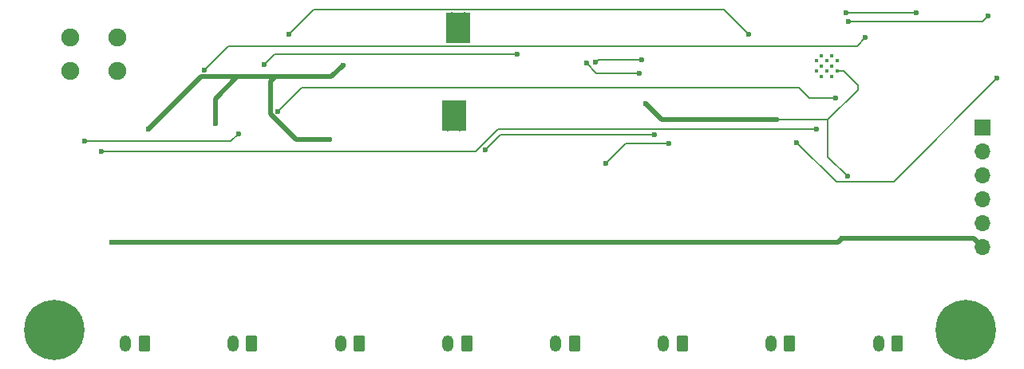
<source format=gbr>
%TF.GenerationSoftware,KiCad,Pcbnew,9.0.0*%
%TF.CreationDate,2025-05-08T09:04:40-05:00*%
%TF.ProjectId,driver-board,64726976-6572-42d6-926f-6172642e6b69,rev?*%
%TF.SameCoordinates,Original*%
%TF.FileFunction,Copper,L2,Bot*%
%TF.FilePolarity,Positive*%
%FSLAX46Y46*%
G04 Gerber Fmt 4.6, Leading zero omitted, Abs format (unit mm)*
G04 Created by KiCad (PCBNEW 9.0.0) date 2025-05-08 09:04:40*
%MOMM*%
%LPD*%
G01*
G04 APERTURE LIST*
G04 Aperture macros list*
%AMRoundRect*
0 Rectangle with rounded corners*
0 $1 Rounding radius*
0 $2 $3 $4 $5 $6 $7 $8 $9 X,Y pos of 4 corners*
0 Add a 4 corners polygon primitive as box body*
4,1,4,$2,$3,$4,$5,$6,$7,$8,$9,$2,$3,0*
0 Add four circle primitives for the rounded corners*
1,1,$1+$1,$2,$3*
1,1,$1+$1,$4,$5*
1,1,$1+$1,$6,$7*
1,1,$1+$1,$8,$9*
0 Add four rect primitives between the rounded corners*
20,1,$1+$1,$2,$3,$4,$5,0*
20,1,$1+$1,$4,$5,$6,$7,0*
20,1,$1+$1,$6,$7,$8,$9,0*
20,1,$1+$1,$8,$9,$2,$3,0*%
G04 Aperture macros list end*
%TA.AperFunction,ComponentPad*%
%ADD10C,0.400000*%
%TD*%
%TA.AperFunction,ComponentPad*%
%ADD11C,6.400000*%
%TD*%
%TA.AperFunction,ComponentPad*%
%ADD12C,1.900000*%
%TD*%
%TA.AperFunction,ComponentPad*%
%ADD13C,0.630000*%
%TD*%
%TA.AperFunction,SMDPad,CuDef*%
%ADD14R,2.600000X3.300000*%
%TD*%
%TA.AperFunction,ComponentPad*%
%ADD15R,1.700000X1.700000*%
%TD*%
%TA.AperFunction,ComponentPad*%
%ADD16O,1.700000X1.700000*%
%TD*%
%TA.AperFunction,ComponentPad*%
%ADD17O,1.200000X1.750000*%
%TD*%
%TA.AperFunction,ComponentPad*%
%ADD18RoundRect,0.250000X0.350000X0.625000X-0.350000X0.625000X-0.350000X-0.625000X0.350000X-0.625000X0*%
%TD*%
%TA.AperFunction,ViaPad*%
%ADD19C,0.600000*%
%TD*%
%TA.AperFunction,Conductor*%
%ADD20C,0.200000*%
%TD*%
%TA.AperFunction,Conductor*%
%ADD21C,0.500000*%
%TD*%
G04 APERTURE END LIST*
D10*
%TO.P,U4,28,GND*%
%TO.N,GND*%
X148760000Y-88200000D03*
%TO.P,U4,29,GND*%
X149860000Y-88200000D03*
%TO.P,U4,30,GND*%
X148210000Y-88750000D03*
%TO.P,U4,31,GND*%
X149310000Y-88750000D03*
%TO.P,U4,32,GND*%
X150410000Y-88750000D03*
%TO.P,U4,33,GND*%
X148760000Y-89300000D03*
%TO.P,U4,34,GND*%
X149860000Y-89300000D03*
%TO.P,U4,35,GND*%
X148210000Y-89850000D03*
%TO.P,U4,36,GND*%
X149310000Y-89850000D03*
%TO.P,U4,37,GND*%
X150410000Y-89850000D03*
%TO.P,U4,38,GND*%
X148760000Y-90400000D03*
%TO.P,U4,39,GND*%
X149860000Y-90400000D03*
%TD*%
D11*
%TO.P,H2,1,1*%
%TO.N,GND*%
X164100000Y-117350000D03*
%TD*%
%TO.P,H1,1,1*%
%TO.N,GND*%
X67400000Y-117350000D03*
%TD*%
D12*
%TO.P,J11,1,Pin_1*%
%TO.N,Net-(J11-Pin_1)*%
X69100000Y-89800000D03*
%TO.P,J11,2,Pin_2*%
X74100000Y-89800000D03*
%TO.P,J11,3,Pin_3*%
%TO.N,GND*%
X69100000Y-86300000D03*
%TO.P,J11,4,Pin_4*%
X74100000Y-86300000D03*
%TD*%
D13*
%TO.P,U3,9,PAD*%
%TO.N,GND*%
X109100000Y-93300000D03*
X109100000Y-94600000D03*
X109100000Y-95900000D03*
D14*
X109750000Y-94600000D03*
D13*
X110400000Y-93300000D03*
X110400000Y-94600000D03*
X110400000Y-95900000D03*
%TD*%
%TO.P,U2,9,PAD*%
%TO.N,GND*%
X109575000Y-83935000D03*
X109575000Y-85235000D03*
X109575000Y-86535000D03*
D14*
X110225000Y-85235000D03*
D13*
X110875000Y-83935000D03*
X110875000Y-85235000D03*
X110875000Y-86535000D03*
%TD*%
D15*
%TO.P,J9,1,Pin_1*%
%TO.N,+3.3V*%
X165800000Y-95800000D03*
D16*
%TO.P,J9,2,Pin_2*%
%TO.N,/TXD*%
X165800000Y-98340000D03*
%TO.P,J9,3,Pin_3*%
%TO.N,/RXD*%
X165800000Y-100880000D03*
%TO.P,J9,4,Pin_4*%
%TO.N,/DTR*%
X165800000Y-103420000D03*
%TO.P,J9,5,Pin_5*%
%TO.N,/RTS*%
X165800000Y-105960000D03*
%TO.P,J9,6,Pin_6*%
%TO.N,GND*%
X165800000Y-108500000D03*
%TD*%
D17*
%TO.P,J3,2,Pin_2*%
%TO.N,Net-(D3-A)*%
X97728571Y-118800000D03*
D18*
%TO.P,J3,1,Pin_1*%
%TO.N,+12V*%
X99728571Y-118800000D03*
%TD*%
D17*
%TO.P,J7,2,Pin_2*%
%TO.N,Net-(D7-A)*%
X143385714Y-118800000D03*
D18*
%TO.P,J7,1,Pin_1*%
%TO.N,+12V*%
X145385714Y-118800000D03*
%TD*%
D17*
%TO.P,J8,2,Pin_2*%
%TO.N,Net-(D8-A)*%
X154800000Y-118800000D03*
D18*
%TO.P,J8,1,Pin_1*%
%TO.N,+12V*%
X156800000Y-118800000D03*
%TD*%
D17*
%TO.P,J2,2,Pin_2*%
%TO.N,Net-(D2-A)*%
X86314286Y-118800000D03*
D18*
%TO.P,J2,1,Pin_1*%
%TO.N,+12V*%
X88314286Y-118800000D03*
%TD*%
D17*
%TO.P,J1,2,Pin_2*%
%TO.N,Net-(D1-A)*%
X74900000Y-118800000D03*
D18*
%TO.P,J1,1,Pin_1*%
%TO.N,+12V*%
X76900000Y-118800000D03*
%TD*%
D17*
%TO.P,J5,2,Pin_2*%
%TO.N,Net-(D5-A)*%
X120557143Y-118800000D03*
D18*
%TO.P,J5,1,Pin_1*%
%TO.N,+12V*%
X122557143Y-118800000D03*
%TD*%
D17*
%TO.P,J4,2,Pin_2*%
%TO.N,Net-(D4-A)*%
X109142857Y-118800000D03*
D18*
%TO.P,J4,1,Pin_1*%
%TO.N,+12V*%
X111142857Y-118800000D03*
%TD*%
D17*
%TO.P,J6,2,Pin_2*%
%TO.N,Net-(D6-A)*%
X131971429Y-118800000D03*
D18*
%TO.P,J6,1,Pin_1*%
%TO.N,+12V*%
X133971429Y-118800000D03*
%TD*%
D19*
%TO.N,+3.3V*%
X116500000Y-88000000D03*
X89600000Y-89100000D03*
X86900000Y-96500000D03*
X70600000Y-97300000D03*
%TO.N,/btn*%
X148200000Y-96000000D03*
X72400000Y-98400000D03*
%TO.N,/c1*%
X150300000Y-92700000D03*
%TO.N,GND*%
X129400000Y-90100000D03*
X123800000Y-89000000D03*
X84100000Y-108000000D03*
X95900000Y-108000000D03*
X106100000Y-108000000D03*
X118500000Y-108000000D03*
X130100000Y-108000000D03*
X141600000Y-108000000D03*
X73500000Y-108000000D03*
X96600000Y-97100000D03*
X84500000Y-95400000D03*
X77400000Y-96000000D03*
X98000000Y-89200000D03*
%TO.N,+3.3V*%
X129700000Y-88600000D03*
X124800000Y-88900000D03*
%TO.N,GND*%
X130100000Y-93300000D03*
%TO.N,/IO9*%
X146100000Y-97400000D03*
X167400000Y-90600000D03*
%TO.N,GND*%
X150900000Y-107600000D03*
X151500000Y-101000000D03*
X144000000Y-95000000D03*
%TO.N,+3.3V*%
X158800000Y-83600000D03*
X151400000Y-83600000D03*
%TO.N,/CHIP_PU*%
X166400000Y-84000000D03*
X151600000Y-84600000D03*
%TO.N,/c4*%
X125900000Y-99600000D03*
X132600000Y-97500000D03*
%TO.N,/c3*%
X113100000Y-98200000D03*
X131000000Y-96600000D03*
%TO.N,/c2*%
X92300000Y-85900000D03*
X141000000Y-85900000D03*
%TO.N,/c1*%
X91100000Y-94100000D03*
%TO.N,/c0*%
X83300000Y-89700000D03*
X153400000Y-86300000D03*
%TD*%
D20*
%TO.N,+3.3V*%
X90700000Y-88000000D02*
X116500000Y-88000000D01*
X89600000Y-89100000D02*
X90700000Y-88000000D01*
X86100000Y-97300000D02*
X86900000Y-96500000D01*
X70600000Y-97300000D02*
X86100000Y-97300000D01*
%TO.N,/btn*%
X112050057Y-98400000D02*
X114450057Y-96000000D01*
X114450057Y-96000000D02*
X148200000Y-96000000D01*
X72400000Y-98400000D02*
X112050057Y-98400000D01*
%TO.N,/c1*%
X146400000Y-91600000D02*
X147500000Y-92700000D01*
X145500000Y-91600000D02*
X146400000Y-91600000D01*
X147500000Y-92700000D02*
X150300000Y-92700000D01*
X145500000Y-91600000D02*
X93600000Y-91600000D01*
%TO.N,GND*%
X151099943Y-89850000D02*
X150410000Y-89850000D01*
X152601000Y-91351057D02*
X151099943Y-89850000D01*
X124900000Y-90100000D02*
X129400000Y-90100000D01*
X123800000Y-89000000D02*
X124900000Y-90100000D01*
D21*
X84100000Y-108000000D02*
X95900000Y-108000000D01*
X95900000Y-108000000D02*
X106100000Y-108000000D01*
X106100000Y-108000000D02*
X118500000Y-108000000D01*
X118500000Y-108000000D02*
X130100000Y-108000000D01*
X130100000Y-108000000D02*
X141600000Y-108000000D01*
X141600000Y-108000000D02*
X150500000Y-108000000D01*
X150500000Y-108000000D02*
X150900000Y-107600000D01*
X73500000Y-108000000D02*
X84100000Y-108000000D01*
X90349000Y-90902000D02*
X90800000Y-90451000D01*
X90349000Y-94411075D02*
X90349000Y-90902000D01*
X93037925Y-97100000D02*
X90349000Y-94411075D01*
X96749000Y-90451000D02*
X90800000Y-90451000D01*
X96600000Y-97100000D02*
X93037925Y-97100000D01*
X90800000Y-90451000D02*
X86800000Y-90451000D01*
X84500000Y-95400000D02*
X84500000Y-92751000D01*
X84500000Y-92751000D02*
X86800000Y-90451000D01*
X82949000Y-90451000D02*
X77400000Y-96000000D01*
X86800000Y-90451000D02*
X82949000Y-90451000D01*
X98000000Y-89200000D02*
X96749000Y-90451000D01*
D20*
%TO.N,+3.3V*%
X125100000Y-88600000D02*
X124800000Y-88900000D01*
X129700000Y-88600000D02*
X125100000Y-88600000D01*
D21*
%TO.N,GND*%
X130100000Y-93300000D02*
X131800000Y-95000000D01*
X131800000Y-95000000D02*
X144000000Y-95000000D01*
D20*
%TO.N,/IO9*%
X156399000Y-101601000D02*
X167400000Y-90600000D01*
X146100000Y-97400000D02*
X150301000Y-101601000D01*
X150301000Y-101601000D02*
X156399000Y-101601000D01*
D21*
%TO.N,GND*%
X164900000Y-107600000D02*
X165800000Y-108500000D01*
X150900000Y-107600000D02*
X164900000Y-107600000D01*
D20*
X149449943Y-98949943D02*
X151500000Y-101000000D01*
X149449943Y-95000000D02*
X149449943Y-98949943D01*
X152601000Y-91848943D02*
X152601000Y-91351057D01*
X149449943Y-95000000D02*
X152601000Y-91848943D01*
X144000000Y-95000000D02*
X149449943Y-95000000D01*
%TO.N,+3.3V*%
X151400000Y-83600000D02*
X158800000Y-83600000D01*
%TO.N,/CHIP_PU*%
X165800000Y-84600000D02*
X166400000Y-84000000D01*
X151600000Y-84600000D02*
X165800000Y-84600000D01*
%TO.N,/c4*%
X128000000Y-97500000D02*
X125900000Y-99600000D01*
X132600000Y-97500000D02*
X128000000Y-97500000D01*
%TO.N,/c3*%
X131000000Y-96600000D02*
X114700000Y-96600000D01*
X114700000Y-96600000D02*
X113100000Y-98200000D01*
%TO.N,/c2*%
X94916000Y-83284000D02*
X92300000Y-85900000D01*
X138384000Y-83284000D02*
X94916000Y-83284000D01*
X141000000Y-85900000D02*
X138384000Y-83284000D01*
%TO.N,/c1*%
X93600000Y-91600000D02*
X91100000Y-94100000D01*
%TO.N,/c0*%
X153400000Y-86300000D02*
X152514000Y-87186000D01*
X85814000Y-87186000D02*
X83300000Y-89700000D01*
X152514000Y-87186000D02*
X85814000Y-87186000D01*
%TD*%
M02*

</source>
